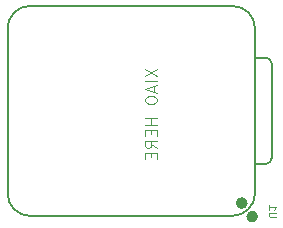
<source format=gbr>
%TF.GenerationSoftware,KiCad,Pcbnew,9.0.1*%
%TF.CreationDate,2025-05-27T18:47:11-04:00*%
%TF.ProjectId,hackpad,6861636b-7061-4642-9e6b-696361645f70,rev?*%
%TF.SameCoordinates,Original*%
%TF.FileFunction,Legend,Bot*%
%TF.FilePolarity,Positive*%
%FSLAX46Y46*%
G04 Gerber Fmt 4.6, Leading zero omitted, Abs format (unit mm)*
G04 Created by KiCad (PCBNEW 9.0.1) date 2025-05-27 18:47:11*
%MOMM*%
%LPD*%
G01*
G04 APERTURE LIST*
%ADD10C,0.100000*%
%ADD11C,0.101600*%
%ADD12C,0.127000*%
%ADD13C,0.504000*%
G04 APERTURE END LIST*
D10*
X125072419Y-60708646D02*
X126072419Y-61375312D01*
X125072419Y-61375312D02*
X126072419Y-60708646D01*
X126072419Y-61756265D02*
X125072419Y-61756265D01*
X125786704Y-62184836D02*
X125786704Y-62661026D01*
X126072419Y-62089598D02*
X125072419Y-62422931D01*
X125072419Y-62422931D02*
X126072419Y-62756264D01*
X125072419Y-63280074D02*
X125072419Y-63470550D01*
X125072419Y-63470550D02*
X125120038Y-63565788D01*
X125120038Y-63565788D02*
X125215276Y-63661026D01*
X125215276Y-63661026D02*
X125405752Y-63708645D01*
X125405752Y-63708645D02*
X125739085Y-63708645D01*
X125739085Y-63708645D02*
X125929561Y-63661026D01*
X125929561Y-63661026D02*
X126024800Y-63565788D01*
X126024800Y-63565788D02*
X126072419Y-63470550D01*
X126072419Y-63470550D02*
X126072419Y-63280074D01*
X126072419Y-63280074D02*
X126024800Y-63184836D01*
X126024800Y-63184836D02*
X125929561Y-63089598D01*
X125929561Y-63089598D02*
X125739085Y-63041979D01*
X125739085Y-63041979D02*
X125405752Y-63041979D01*
X125405752Y-63041979D02*
X125215276Y-63089598D01*
X125215276Y-63089598D02*
X125120038Y-63184836D01*
X125120038Y-63184836D02*
X125072419Y-63280074D01*
X126072419Y-64899122D02*
X125072419Y-64899122D01*
X125548609Y-64899122D02*
X125548609Y-65470550D01*
X126072419Y-65470550D02*
X125072419Y-65470550D01*
X125548609Y-65946741D02*
X125548609Y-66280074D01*
X126072419Y-66422931D02*
X126072419Y-65946741D01*
X126072419Y-65946741D02*
X125072419Y-65946741D01*
X125072419Y-65946741D02*
X125072419Y-66422931D01*
X126072419Y-67422931D02*
X125596228Y-67089598D01*
X126072419Y-66851503D02*
X125072419Y-66851503D01*
X125072419Y-66851503D02*
X125072419Y-67232455D01*
X125072419Y-67232455D02*
X125120038Y-67327693D01*
X125120038Y-67327693D02*
X125167657Y-67375312D01*
X125167657Y-67375312D02*
X125262895Y-67422931D01*
X125262895Y-67422931D02*
X125405752Y-67422931D01*
X125405752Y-67422931D02*
X125500990Y-67375312D01*
X125500990Y-67375312D02*
X125548609Y-67327693D01*
X125548609Y-67327693D02*
X125596228Y-67232455D01*
X125596228Y-67232455D02*
X125596228Y-66851503D01*
X125548609Y-67851503D02*
X125548609Y-68184836D01*
X126072419Y-68327693D02*
X126072419Y-67851503D01*
X126072419Y-67851503D02*
X125072419Y-67851503D01*
X125072419Y-67851503D02*
X125072419Y-68327693D01*
D11*
X136171520Y-73277559D02*
X135657473Y-73277559D01*
X135657473Y-73277559D02*
X135596997Y-73247321D01*
X135596997Y-73247321D02*
X135566759Y-73217083D01*
X135566759Y-73217083D02*
X135536520Y-73156607D01*
X135536520Y-73156607D02*
X135536520Y-73035654D01*
X135536520Y-73035654D02*
X135566759Y-72975178D01*
X135566759Y-72975178D02*
X135596997Y-72944940D01*
X135596997Y-72944940D02*
X135657473Y-72914702D01*
X135657473Y-72914702D02*
X136171520Y-72914702D01*
X135536520Y-72279702D02*
X135536520Y-72642559D01*
X135536520Y-72461131D02*
X136171520Y-72461131D01*
X136171520Y-72461131D02*
X136080806Y-72521607D01*
X136080806Y-72521607D02*
X136020330Y-72582083D01*
X136020330Y-72582083D02*
X135990092Y-72642559D01*
D12*
%TO.C,U1*%
X113411000Y-71278750D02*
X113411000Y-57308750D01*
X115316000Y-55403750D02*
X132461000Y-55403750D01*
X115316000Y-73183750D02*
X132461000Y-73183750D01*
D10*
X134366000Y-57308750D02*
X134366000Y-71278750D01*
D12*
X134366000Y-57308750D02*
X134366000Y-71278750D01*
X134366000Y-68788750D02*
X135276272Y-68785022D01*
X135276000Y-59789750D02*
X134366000Y-59789750D01*
X135776000Y-68285022D02*
X135776000Y-60289750D01*
X113411000Y-57308750D02*
G75*
G02*
X115316000Y-55403750I1905000J0D01*
G01*
X115316000Y-73183750D02*
G75*
G02*
X113411000Y-71278750I1J1905001D01*
G01*
X132461000Y-55403750D02*
G75*
G02*
X134366000Y-57308750I0J-1905000D01*
G01*
X134366000Y-71278750D02*
G75*
G02*
X132461000Y-73183750I-1905001J1D01*
G01*
X135276000Y-59789750D02*
G75*
G02*
X135776000Y-60289750I0J-500000D01*
G01*
X135776000Y-68285022D02*
G75*
G02*
X135276272Y-68785023I-500019J18D01*
G01*
D13*
X133497000Y-72100750D02*
G75*
G02*
X132993000Y-72100750I-252000J0D01*
G01*
X132993000Y-72100750D02*
G75*
G02*
X133497000Y-72100750I252000J0D01*
G01*
X134377000Y-73243750D02*
G75*
G02*
X133873000Y-73243750I-252000J0D01*
G01*
X133873000Y-73243750D02*
G75*
G02*
X134377000Y-73243750I252000J0D01*
G01*
%TD*%
M02*

</source>
